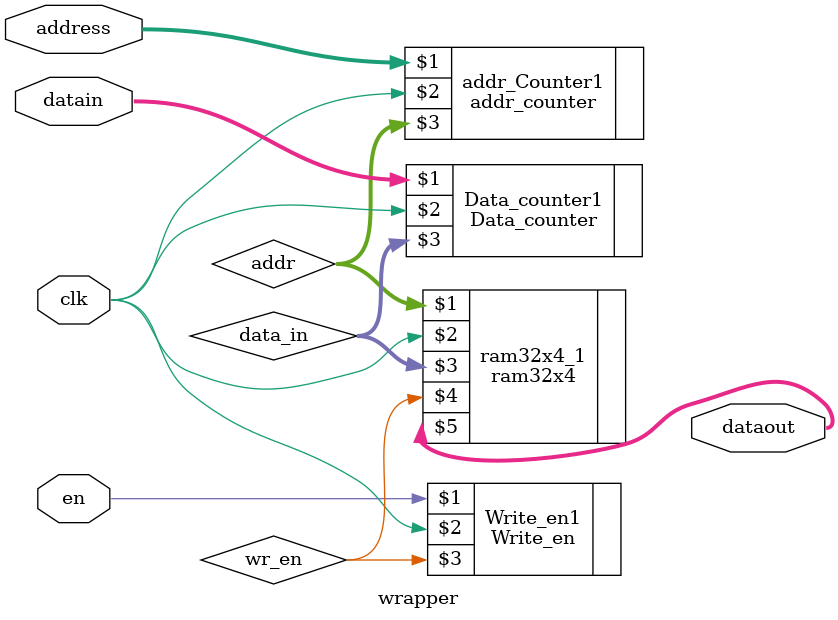
<source format=v>
module wrapper(address,datain,en,clk,dataout);
	input [4:0] address;
	input [3:0] datain;
	input en,clk;
	output [3:0] dataout;
	
	wire [4:0] addr;
	wire [3:0] data_in;
	wire wr_en;
	
	addr_counter addr_Counter1(address, clk, addr);
	Data_counter Data_counter1(datain,clk, data_in);
	Write_en Write_en1(en,clk,wr_en);
	ram32x4 ram32x4_1(addr,clk, data_in, wr_en , dataout);
	
endmodule
	
</source>
